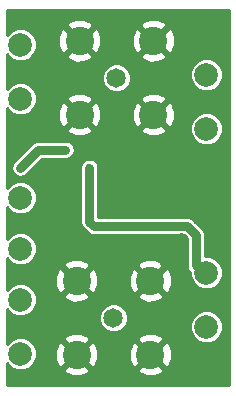
<source format=gbr>
G04 #@! TF.GenerationSoftware,KiCad,Pcbnew,5.0.2-bee76a0~70~ubuntu16.04.1*
G04 #@! TF.CreationDate,2019-01-24T21:22:35-05:00*
G04 #@! TF.ProjectId,pcb,7063622e-6b69-4636-9164-5f7063625858,v01*
G04 #@! TF.SameCoordinates,Original*
G04 #@! TF.FileFunction,Copper,L2,Bot*
G04 #@! TF.FilePolarity,Positive*
%FSLAX46Y46*%
G04 Gerber Fmt 4.6, Leading zero omitted, Abs format (unit mm)*
G04 Created by KiCad (PCBNEW 5.0.2-bee76a0~70~ubuntu16.04.1) date Thu 24 Jan 2019 09:22:35 PM EST*
%MOMM*%
%LPD*%
G01*
G04 APERTURE LIST*
G04 #@! TA.AperFunction,ComponentPad*
%ADD10C,1.650000*%
G04 #@! TD*
G04 #@! TA.AperFunction,ComponentPad*
%ADD11C,2.400000*%
G04 #@! TD*
G04 #@! TA.AperFunction,ComponentPad*
%ADD12C,1.998980*%
G04 #@! TD*
G04 #@! TA.AperFunction,ViaPad*
%ADD13C,0.685800*%
G04 #@! TD*
G04 #@! TA.AperFunction,Conductor*
%ADD14C,0.762000*%
G04 #@! TD*
G04 #@! TA.AperFunction,Conductor*
%ADD15C,0.254000*%
G04 #@! TD*
G04 APERTURE END LIST*
D10*
G04 #@! TO.P,IN1,1*
G04 #@! TO.N,Net-(C1-Pad1)*
X108966000Y-106680000D03*
D11*
G04 #@! TO.P,IN1,2*
G04 #@! TO.N,GND*
X105836000Y-103550000D03*
G04 #@! TO.P,IN1,3*
X112096000Y-103550000D03*
G04 #@! TO.P,IN1,4*
X112096000Y-109810000D03*
G04 #@! TO.P,IN1,5*
X105836000Y-109810000D03*
G04 #@! TD*
G04 #@! TO.P,IN2,5*
G04 #@! TO.N,GND*
X106090000Y-89490000D03*
G04 #@! TO.P,IN2,4*
X112350000Y-89490000D03*
G04 #@! TO.P,IN2,3*
X112350000Y-83230000D03*
G04 #@! TO.P,IN2,2*
X106090000Y-83230000D03*
D10*
G04 #@! TO.P,IN2,1*
G04 #@! TO.N,Net-(C2-Pad1)*
X109220000Y-86360000D03*
G04 #@! TD*
D12*
G04 #@! TO.P,RF1,1*
G04 #@! TO.N,Net-(C1-Pad2)*
X116840000Y-107442000D03*
G04 #@! TD*
G04 #@! TO.P,RF2,1*
G04 #@! TO.N,Net-(C2-Pad2)*
X116840000Y-86106000D03*
G04 #@! TD*
G04 #@! TO.P,SDO1,1*
G04 #@! TO.N,Net-(J5-Pad1)*
X101092000Y-105156000D03*
G04 #@! TD*
G04 #@! TO.P,~CS1,1*
G04 #@! TO.N,Net-(J6-Pad1)*
X101092000Y-109728000D03*
G04 #@! TD*
G04 #@! TO.P,SDO2,1*
G04 #@! TO.N,Net-(J7-Pad1)*
X101092000Y-83566000D03*
G04 #@! TD*
G04 #@! TO.P,~CS2,1*
G04 #@! TO.N,Net-(J8-Pad1)*
X101092000Y-88138000D03*
G04 #@! TD*
G04 #@! TO.P,SCLK,1*
G04 #@! TO.N,Net-(J9-Pad1)*
X101092000Y-100838000D03*
G04 #@! TD*
G04 #@! TO.P,AVIN,1*
G04 #@! TO.N,Net-(C3-Pad1)*
X116840000Y-90678000D03*
G04 #@! TD*
G04 #@! TO.P,DVDD,1*
G04 #@! TO.N,VDD*
X101092000Y-96520000D03*
G04 #@! TD*
G04 #@! TO.P,AVOUT,1*
G04 #@! TO.N,VAA*
X116840000Y-102870000D03*
G04 #@! TD*
D13*
G04 #@! TO.N,GND*
X110236000Y-88392000D03*
X108204000Y-88646000D03*
X110236000Y-89662000D03*
X108458000Y-90678000D03*
X109220000Y-91440000D03*
X112014000Y-91694000D03*
X108204000Y-89662000D03*
X108204000Y-87630000D03*
X109982000Y-92202000D03*
X110236000Y-93472000D03*
X109220000Y-93472000D03*
X112776000Y-100330000D03*
X113030000Y-101092000D03*
X113284000Y-102108000D03*
X114808000Y-99822000D03*
X115062000Y-101092000D03*
X115062000Y-102362000D03*
X115062000Y-103632000D03*
X115316000Y-104648000D03*
X116078000Y-105664000D03*
X115062000Y-107188000D03*
X114300000Y-106172000D03*
X113538000Y-105410000D03*
X113538000Y-93726000D03*
X114046000Y-92456000D03*
X114300000Y-90170000D03*
X114300000Y-88900000D03*
X114300000Y-87630000D03*
X115062000Y-86868000D03*
X116078000Y-88138000D03*
X115824000Y-89154000D03*
X114808000Y-91694000D03*
X115062000Y-97790000D03*
X113284000Y-95250000D03*
X109982000Y-101854000D03*
X109474000Y-100076000D03*
X108458000Y-100838000D03*
X108204000Y-102108000D03*
X108204000Y-103378000D03*
X108204000Y-104648000D03*
X109982000Y-105156000D03*
X109982000Y-103886000D03*
X109982000Y-102870000D03*
G04 #@! TO.N,VDD*
X104902000Y-92456000D03*
G04 #@! TO.N,GND*
X100330000Y-90932000D03*
X104140000Y-101346000D03*
X103886000Y-102108000D03*
X103124000Y-102870000D03*
X103124000Y-102108000D03*
X101600000Y-102616000D03*
X105156000Y-96012000D03*
X105156000Y-97028000D03*
X103124000Y-95758000D03*
X102362000Y-94742000D03*
X101600000Y-85598000D03*
X102616000Y-86360000D03*
X102870000Y-87630000D03*
X102870000Y-88900000D03*
X104648000Y-87376000D03*
X104648000Y-85852000D03*
X103886000Y-84836000D03*
X103124000Y-84074000D03*
X103378000Y-104902000D03*
X103378000Y-106172000D03*
X103378000Y-107442000D03*
X101600000Y-106934000D03*
X101600000Y-107950000D03*
X103378000Y-108712000D03*
X103124000Y-101346000D03*
X103886000Y-100584000D03*
X101600000Y-103378000D03*
G04 #@! TO.N,VAA*
X106934000Y-98552000D03*
X106934000Y-93980000D03*
G04 #@! TO.N,VDD*
X101092000Y-93980000D03*
G04 #@! TD*
D14*
G04 #@! TO.N,VAA*
X107276899Y-98894899D02*
X106934000Y-98552000D01*
X107327699Y-98945699D02*
X107276899Y-98894899D01*
X115228625Y-98945699D02*
X107327699Y-98945699D01*
X115938301Y-99655375D02*
X115228625Y-98945699D01*
X115938301Y-102222301D02*
X115938301Y-99655375D01*
X116586000Y-102870000D02*
X115938301Y-102222301D01*
X116840000Y-102870000D02*
X116586000Y-102870000D01*
X106934000Y-98552000D02*
X106934000Y-93980000D01*
G04 #@! TO.N,VDD*
X102616000Y-92456000D02*
X101092000Y-93980000D01*
X104902000Y-92456000D02*
X102616000Y-92456000D01*
G04 #@! TD*
D15*
G04 #@! TO.N,GND*
G36*
X118732301Y-112382300D02*
X99961700Y-112382300D01*
X99961700Y-110550008D01*
X100310015Y-110898323D01*
X100817404Y-111108490D01*
X101366596Y-111108490D01*
X101369770Y-111107175D01*
X104718430Y-111107175D01*
X104841565Y-111394788D01*
X105523734Y-111654707D01*
X106253443Y-111633786D01*
X106830435Y-111394788D01*
X106953570Y-111107175D01*
X110978430Y-111107175D01*
X111101565Y-111394788D01*
X111783734Y-111654707D01*
X112513443Y-111633786D01*
X113090435Y-111394788D01*
X113213570Y-111107175D01*
X112096000Y-109989605D01*
X110978430Y-111107175D01*
X106953570Y-111107175D01*
X105836000Y-109989605D01*
X104718430Y-111107175D01*
X101369770Y-111107175D01*
X101873985Y-110898323D01*
X102262323Y-110509985D01*
X102472490Y-110002596D01*
X102472490Y-109497734D01*
X103991293Y-109497734D01*
X104012214Y-110227443D01*
X104251212Y-110804435D01*
X104538825Y-110927570D01*
X105656395Y-109810000D01*
X106015605Y-109810000D01*
X107133175Y-110927570D01*
X107420788Y-110804435D01*
X107680707Y-110122266D01*
X107662802Y-109497734D01*
X110251293Y-109497734D01*
X110272214Y-110227443D01*
X110511212Y-110804435D01*
X110798825Y-110927570D01*
X111916395Y-109810000D01*
X112275605Y-109810000D01*
X113393175Y-110927570D01*
X113680788Y-110804435D01*
X113940707Y-110122266D01*
X113919786Y-109392557D01*
X113680788Y-108815565D01*
X113393175Y-108692430D01*
X112275605Y-109810000D01*
X111916395Y-109810000D01*
X110798825Y-108692430D01*
X110511212Y-108815565D01*
X110251293Y-109497734D01*
X107662802Y-109497734D01*
X107659786Y-109392557D01*
X107420788Y-108815565D01*
X107133175Y-108692430D01*
X106015605Y-109810000D01*
X105656395Y-109810000D01*
X104538825Y-108692430D01*
X104251212Y-108815565D01*
X103991293Y-109497734D01*
X102472490Y-109497734D01*
X102472490Y-109453404D01*
X102262323Y-108946015D01*
X101873985Y-108557677D01*
X101765703Y-108512825D01*
X104718430Y-108512825D01*
X105836000Y-109630395D01*
X106953570Y-108512825D01*
X110978430Y-108512825D01*
X112096000Y-109630395D01*
X113213570Y-108512825D01*
X113090435Y-108225212D01*
X112408266Y-107965293D01*
X111678557Y-107986214D01*
X111101565Y-108225212D01*
X110978430Y-108512825D01*
X106953570Y-108512825D01*
X106830435Y-108225212D01*
X106148266Y-107965293D01*
X105418557Y-107986214D01*
X104841565Y-108225212D01*
X104718430Y-108512825D01*
X101765703Y-108512825D01*
X101366596Y-108347510D01*
X100817404Y-108347510D01*
X100310015Y-108557677D01*
X99961700Y-108905992D01*
X99961700Y-105978008D01*
X100310015Y-106326323D01*
X100817404Y-106536490D01*
X101366596Y-106536490D01*
X101599273Y-106440112D01*
X107760000Y-106440112D01*
X107760000Y-106919888D01*
X107943603Y-107363144D01*
X108282856Y-107702397D01*
X108726112Y-107886000D01*
X109205888Y-107886000D01*
X109649144Y-107702397D01*
X109988397Y-107363144D01*
X110069475Y-107167404D01*
X115459510Y-107167404D01*
X115459510Y-107716596D01*
X115669677Y-108223985D01*
X116058015Y-108612323D01*
X116565404Y-108822490D01*
X117114596Y-108822490D01*
X117621985Y-108612323D01*
X118010323Y-108223985D01*
X118220490Y-107716596D01*
X118220490Y-107167404D01*
X118010323Y-106660015D01*
X117621985Y-106271677D01*
X117114596Y-106061510D01*
X116565404Y-106061510D01*
X116058015Y-106271677D01*
X115669677Y-106660015D01*
X115459510Y-107167404D01*
X110069475Y-107167404D01*
X110172000Y-106919888D01*
X110172000Y-106440112D01*
X109988397Y-105996856D01*
X109649144Y-105657603D01*
X109205888Y-105474000D01*
X108726112Y-105474000D01*
X108282856Y-105657603D01*
X107943603Y-105996856D01*
X107760000Y-106440112D01*
X101599273Y-106440112D01*
X101873985Y-106326323D01*
X102262323Y-105937985D01*
X102472490Y-105430596D01*
X102472490Y-104881404D01*
X102458312Y-104847175D01*
X104718430Y-104847175D01*
X104841565Y-105134788D01*
X105523734Y-105394707D01*
X106253443Y-105373786D01*
X106830435Y-105134788D01*
X106953570Y-104847175D01*
X110978430Y-104847175D01*
X111101565Y-105134788D01*
X111783734Y-105394707D01*
X112513443Y-105373786D01*
X113090435Y-105134788D01*
X113213570Y-104847175D01*
X112096000Y-103729605D01*
X110978430Y-104847175D01*
X106953570Y-104847175D01*
X105836000Y-103729605D01*
X104718430Y-104847175D01*
X102458312Y-104847175D01*
X102262323Y-104374015D01*
X101873985Y-103985677D01*
X101366596Y-103775510D01*
X100817404Y-103775510D01*
X100310015Y-103985677D01*
X99961700Y-104333992D01*
X99961700Y-103237734D01*
X103991293Y-103237734D01*
X104012214Y-103967443D01*
X104251212Y-104544435D01*
X104538825Y-104667570D01*
X105656395Y-103550000D01*
X106015605Y-103550000D01*
X107133175Y-104667570D01*
X107420788Y-104544435D01*
X107680707Y-103862266D01*
X107662802Y-103237734D01*
X110251293Y-103237734D01*
X110272214Y-103967443D01*
X110511212Y-104544435D01*
X110798825Y-104667570D01*
X111916395Y-103550000D01*
X112275605Y-103550000D01*
X113393175Y-104667570D01*
X113680788Y-104544435D01*
X113940707Y-103862266D01*
X113919786Y-103132557D01*
X113680788Y-102555565D01*
X113393175Y-102432430D01*
X112275605Y-103550000D01*
X111916395Y-103550000D01*
X110798825Y-102432430D01*
X110511212Y-102555565D01*
X110251293Y-103237734D01*
X107662802Y-103237734D01*
X107659786Y-103132557D01*
X107420788Y-102555565D01*
X107133175Y-102432430D01*
X106015605Y-103550000D01*
X105656395Y-103550000D01*
X104538825Y-102432430D01*
X104251212Y-102555565D01*
X103991293Y-103237734D01*
X99961700Y-103237734D01*
X99961700Y-102252825D01*
X104718430Y-102252825D01*
X105836000Y-103370395D01*
X106953570Y-102252825D01*
X110978430Y-102252825D01*
X112096000Y-103370395D01*
X113213570Y-102252825D01*
X113090435Y-101965212D01*
X112408266Y-101705293D01*
X111678557Y-101726214D01*
X111101565Y-101965212D01*
X110978430Y-102252825D01*
X106953570Y-102252825D01*
X106830435Y-101965212D01*
X106148266Y-101705293D01*
X105418557Y-101726214D01*
X104841565Y-101965212D01*
X104718430Y-102252825D01*
X99961700Y-102252825D01*
X99961700Y-101660008D01*
X100310015Y-102008323D01*
X100817404Y-102218490D01*
X101366596Y-102218490D01*
X101873985Y-102008323D01*
X102262323Y-101619985D01*
X102472490Y-101112596D01*
X102472490Y-100563404D01*
X102262323Y-100056015D01*
X101873985Y-99667677D01*
X101366596Y-99457510D01*
X100817404Y-99457510D01*
X100310015Y-99667677D01*
X99961700Y-100015992D01*
X99961700Y-98552000D01*
X106157073Y-98552000D01*
X106172000Y-98627043D01*
X106172000Y-98627047D01*
X106216212Y-98849316D01*
X106384629Y-99101371D01*
X106448254Y-99143884D01*
X106735815Y-99431445D01*
X106778328Y-99495070D01*
X107030382Y-99663487D01*
X107252651Y-99707699D01*
X107252655Y-99707699D01*
X107327698Y-99722626D01*
X107402741Y-99707699D01*
X114912995Y-99707699D01*
X115176302Y-99971007D01*
X115176301Y-102147258D01*
X115161374Y-102222301D01*
X115176301Y-102297344D01*
X115176301Y-102297348D01*
X115220513Y-102519617D01*
X115388930Y-102771672D01*
X115452554Y-102814184D01*
X115459510Y-102821140D01*
X115459510Y-103144596D01*
X115669677Y-103651985D01*
X116058015Y-104040323D01*
X116565404Y-104250490D01*
X117114596Y-104250490D01*
X117621985Y-104040323D01*
X118010323Y-103651985D01*
X118220490Y-103144596D01*
X118220490Y-102595404D01*
X118010323Y-102088015D01*
X117621985Y-101699677D01*
X117114596Y-101489510D01*
X116700301Y-101489510D01*
X116700301Y-99730417D01*
X116715228Y-99655374D01*
X116700301Y-99580331D01*
X116700301Y-99580327D01*
X116656089Y-99358058D01*
X116579221Y-99243016D01*
X116530183Y-99169626D01*
X116487672Y-99106004D01*
X116424050Y-99063493D01*
X115820508Y-98459952D01*
X115777996Y-98396328D01*
X115525942Y-98227911D01*
X115303673Y-98183699D01*
X115303668Y-98183699D01*
X115228625Y-98168772D01*
X115153582Y-98183699D01*
X107696000Y-98183699D01*
X107696000Y-93904952D01*
X107651788Y-93682683D01*
X107483371Y-93430629D01*
X107231317Y-93262212D01*
X106934000Y-93203072D01*
X106636684Y-93262212D01*
X106384630Y-93430629D01*
X106216213Y-93682683D01*
X106172001Y-93904952D01*
X106172000Y-98476957D01*
X106157073Y-98552000D01*
X99961700Y-98552000D01*
X99961700Y-97342008D01*
X100310015Y-97690323D01*
X100817404Y-97900490D01*
X101366596Y-97900490D01*
X101873985Y-97690323D01*
X102262323Y-97301985D01*
X102472490Y-96794596D01*
X102472490Y-96245404D01*
X102262323Y-95738015D01*
X101873985Y-95349677D01*
X101366596Y-95139510D01*
X100817404Y-95139510D01*
X100310015Y-95349677D01*
X99961700Y-95697992D01*
X99961700Y-93980000D01*
X100315073Y-93980000D01*
X100374213Y-94277317D01*
X100542629Y-94529371D01*
X100794683Y-94697787D01*
X101092000Y-94756927D01*
X101389317Y-94697787D01*
X101577748Y-94571882D01*
X102931630Y-93218000D01*
X104977048Y-93218000D01*
X105199317Y-93173788D01*
X105451371Y-93005371D01*
X105619788Y-92753317D01*
X105678928Y-92456000D01*
X105619788Y-92158683D01*
X105451371Y-91906629D01*
X105199317Y-91738212D01*
X104977048Y-91694000D01*
X102691042Y-91694000D01*
X102615999Y-91679073D01*
X102540956Y-91694000D01*
X102540952Y-91694000D01*
X102318683Y-91738212D01*
X102318682Y-91738213D01*
X102318681Y-91738213D01*
X102264641Y-91774322D01*
X102066629Y-91906629D01*
X102024116Y-91970254D01*
X100500118Y-93494252D01*
X100374213Y-93682683D01*
X100315073Y-93980000D01*
X99961700Y-93980000D01*
X99961700Y-90787175D01*
X104972430Y-90787175D01*
X105095565Y-91074788D01*
X105777734Y-91334707D01*
X106507443Y-91313786D01*
X107084435Y-91074788D01*
X107207570Y-90787175D01*
X111232430Y-90787175D01*
X111355565Y-91074788D01*
X112037734Y-91334707D01*
X112767443Y-91313786D01*
X113344435Y-91074788D01*
X113467570Y-90787175D01*
X112350000Y-89669605D01*
X111232430Y-90787175D01*
X107207570Y-90787175D01*
X106090000Y-89669605D01*
X104972430Y-90787175D01*
X99961700Y-90787175D01*
X99961700Y-88960008D01*
X100310015Y-89308323D01*
X100817404Y-89518490D01*
X101366596Y-89518490D01*
X101873985Y-89308323D01*
X102004574Y-89177734D01*
X104245293Y-89177734D01*
X104266214Y-89907443D01*
X104505212Y-90484435D01*
X104792825Y-90607570D01*
X105910395Y-89490000D01*
X106269605Y-89490000D01*
X107387175Y-90607570D01*
X107674788Y-90484435D01*
X107934707Y-89802266D01*
X107916802Y-89177734D01*
X110505293Y-89177734D01*
X110526214Y-89907443D01*
X110765212Y-90484435D01*
X111052825Y-90607570D01*
X112170395Y-89490000D01*
X112529605Y-89490000D01*
X113647175Y-90607570D01*
X113934788Y-90484435D01*
X113965662Y-90403404D01*
X115459510Y-90403404D01*
X115459510Y-90952596D01*
X115669677Y-91459985D01*
X116058015Y-91848323D01*
X116565404Y-92058490D01*
X117114596Y-92058490D01*
X117621985Y-91848323D01*
X118010323Y-91459985D01*
X118220490Y-90952596D01*
X118220490Y-90403404D01*
X118010323Y-89896015D01*
X117621985Y-89507677D01*
X117114596Y-89297510D01*
X116565404Y-89297510D01*
X116058015Y-89507677D01*
X115669677Y-89896015D01*
X115459510Y-90403404D01*
X113965662Y-90403404D01*
X114194707Y-89802266D01*
X114173786Y-89072557D01*
X113934788Y-88495565D01*
X113647175Y-88372430D01*
X112529605Y-89490000D01*
X112170395Y-89490000D01*
X111052825Y-88372430D01*
X110765212Y-88495565D01*
X110505293Y-89177734D01*
X107916802Y-89177734D01*
X107913786Y-89072557D01*
X107674788Y-88495565D01*
X107387175Y-88372430D01*
X106269605Y-89490000D01*
X105910395Y-89490000D01*
X104792825Y-88372430D01*
X104505212Y-88495565D01*
X104245293Y-89177734D01*
X102004574Y-89177734D01*
X102262323Y-88919985D01*
X102472490Y-88412596D01*
X102472490Y-88192825D01*
X104972430Y-88192825D01*
X106090000Y-89310395D01*
X107207570Y-88192825D01*
X111232430Y-88192825D01*
X112350000Y-89310395D01*
X113467570Y-88192825D01*
X113344435Y-87905212D01*
X112662266Y-87645293D01*
X111932557Y-87666214D01*
X111355565Y-87905212D01*
X111232430Y-88192825D01*
X107207570Y-88192825D01*
X107084435Y-87905212D01*
X106402266Y-87645293D01*
X105672557Y-87666214D01*
X105095565Y-87905212D01*
X104972430Y-88192825D01*
X102472490Y-88192825D01*
X102472490Y-87863404D01*
X102262323Y-87356015D01*
X101873985Y-86967677D01*
X101366596Y-86757510D01*
X100817404Y-86757510D01*
X100310015Y-86967677D01*
X99961700Y-87315992D01*
X99961700Y-86120112D01*
X108014000Y-86120112D01*
X108014000Y-86599888D01*
X108197603Y-87043144D01*
X108536856Y-87382397D01*
X108980112Y-87566000D01*
X109459888Y-87566000D01*
X109903144Y-87382397D01*
X110242397Y-87043144D01*
X110426000Y-86599888D01*
X110426000Y-86120112D01*
X110306414Y-85831404D01*
X115459510Y-85831404D01*
X115459510Y-86380596D01*
X115669677Y-86887985D01*
X116058015Y-87276323D01*
X116565404Y-87486490D01*
X117114596Y-87486490D01*
X117621985Y-87276323D01*
X118010323Y-86887985D01*
X118220490Y-86380596D01*
X118220490Y-85831404D01*
X118010323Y-85324015D01*
X117621985Y-84935677D01*
X117114596Y-84725510D01*
X116565404Y-84725510D01*
X116058015Y-84935677D01*
X115669677Y-85324015D01*
X115459510Y-85831404D01*
X110306414Y-85831404D01*
X110242397Y-85676856D01*
X109903144Y-85337603D01*
X109459888Y-85154000D01*
X108980112Y-85154000D01*
X108536856Y-85337603D01*
X108197603Y-85676856D01*
X108014000Y-86120112D01*
X99961700Y-86120112D01*
X99961700Y-84388008D01*
X100310015Y-84736323D01*
X100817404Y-84946490D01*
X101366596Y-84946490D01*
X101873985Y-84736323D01*
X102083133Y-84527175D01*
X104972430Y-84527175D01*
X105095565Y-84814788D01*
X105777734Y-85074707D01*
X106507443Y-85053786D01*
X107084435Y-84814788D01*
X107207570Y-84527175D01*
X111232430Y-84527175D01*
X111355565Y-84814788D01*
X112037734Y-85074707D01*
X112767443Y-85053786D01*
X113344435Y-84814788D01*
X113467570Y-84527175D01*
X112350000Y-83409605D01*
X111232430Y-84527175D01*
X107207570Y-84527175D01*
X106090000Y-83409605D01*
X104972430Y-84527175D01*
X102083133Y-84527175D01*
X102262323Y-84347985D01*
X102472490Y-83840596D01*
X102472490Y-83291404D01*
X102317712Y-82917734D01*
X104245293Y-82917734D01*
X104266214Y-83647443D01*
X104505212Y-84224435D01*
X104792825Y-84347570D01*
X105910395Y-83230000D01*
X106269605Y-83230000D01*
X107387175Y-84347570D01*
X107674788Y-84224435D01*
X107934707Y-83542266D01*
X107916802Y-82917734D01*
X110505293Y-82917734D01*
X110526214Y-83647443D01*
X110765212Y-84224435D01*
X111052825Y-84347570D01*
X112170395Y-83230000D01*
X112529605Y-83230000D01*
X113647175Y-84347570D01*
X113934788Y-84224435D01*
X114194707Y-83542266D01*
X114173786Y-82812557D01*
X113934788Y-82235565D01*
X113647175Y-82112430D01*
X112529605Y-83230000D01*
X112170395Y-83230000D01*
X111052825Y-82112430D01*
X110765212Y-82235565D01*
X110505293Y-82917734D01*
X107916802Y-82917734D01*
X107913786Y-82812557D01*
X107674788Y-82235565D01*
X107387175Y-82112430D01*
X106269605Y-83230000D01*
X105910395Y-83230000D01*
X104792825Y-82112430D01*
X104505212Y-82235565D01*
X104245293Y-82917734D01*
X102317712Y-82917734D01*
X102262323Y-82784015D01*
X101873985Y-82395677D01*
X101366596Y-82185510D01*
X100817404Y-82185510D01*
X100310015Y-82395677D01*
X99961700Y-82743992D01*
X99961700Y-81932825D01*
X104972430Y-81932825D01*
X106090000Y-83050395D01*
X107207570Y-81932825D01*
X111232430Y-81932825D01*
X112350000Y-83050395D01*
X113467570Y-81932825D01*
X113344435Y-81645212D01*
X112662266Y-81385293D01*
X111932557Y-81406214D01*
X111355565Y-81645212D01*
X111232430Y-81932825D01*
X107207570Y-81932825D01*
X107084435Y-81645212D01*
X106402266Y-81385293D01*
X105672557Y-81406214D01*
X105095565Y-81645212D01*
X104972430Y-81932825D01*
X99961700Y-81932825D01*
X99961700Y-80657700D01*
X118732300Y-80657700D01*
X118732301Y-112382300D01*
X118732301Y-112382300D01*
G37*
X118732301Y-112382300D02*
X99961700Y-112382300D01*
X99961700Y-110550008D01*
X100310015Y-110898323D01*
X100817404Y-111108490D01*
X101366596Y-111108490D01*
X101369770Y-111107175D01*
X104718430Y-111107175D01*
X104841565Y-111394788D01*
X105523734Y-111654707D01*
X106253443Y-111633786D01*
X106830435Y-111394788D01*
X106953570Y-111107175D01*
X110978430Y-111107175D01*
X111101565Y-111394788D01*
X111783734Y-111654707D01*
X112513443Y-111633786D01*
X113090435Y-111394788D01*
X113213570Y-111107175D01*
X112096000Y-109989605D01*
X110978430Y-111107175D01*
X106953570Y-111107175D01*
X105836000Y-109989605D01*
X104718430Y-111107175D01*
X101369770Y-111107175D01*
X101873985Y-110898323D01*
X102262323Y-110509985D01*
X102472490Y-110002596D01*
X102472490Y-109497734D01*
X103991293Y-109497734D01*
X104012214Y-110227443D01*
X104251212Y-110804435D01*
X104538825Y-110927570D01*
X105656395Y-109810000D01*
X106015605Y-109810000D01*
X107133175Y-110927570D01*
X107420788Y-110804435D01*
X107680707Y-110122266D01*
X107662802Y-109497734D01*
X110251293Y-109497734D01*
X110272214Y-110227443D01*
X110511212Y-110804435D01*
X110798825Y-110927570D01*
X111916395Y-109810000D01*
X112275605Y-109810000D01*
X113393175Y-110927570D01*
X113680788Y-110804435D01*
X113940707Y-110122266D01*
X113919786Y-109392557D01*
X113680788Y-108815565D01*
X113393175Y-108692430D01*
X112275605Y-109810000D01*
X111916395Y-109810000D01*
X110798825Y-108692430D01*
X110511212Y-108815565D01*
X110251293Y-109497734D01*
X107662802Y-109497734D01*
X107659786Y-109392557D01*
X107420788Y-108815565D01*
X107133175Y-108692430D01*
X106015605Y-109810000D01*
X105656395Y-109810000D01*
X104538825Y-108692430D01*
X104251212Y-108815565D01*
X103991293Y-109497734D01*
X102472490Y-109497734D01*
X102472490Y-109453404D01*
X102262323Y-108946015D01*
X101873985Y-108557677D01*
X101765703Y-108512825D01*
X104718430Y-108512825D01*
X105836000Y-109630395D01*
X106953570Y-108512825D01*
X110978430Y-108512825D01*
X112096000Y-109630395D01*
X113213570Y-108512825D01*
X113090435Y-108225212D01*
X112408266Y-107965293D01*
X111678557Y-107986214D01*
X111101565Y-108225212D01*
X110978430Y-108512825D01*
X106953570Y-108512825D01*
X106830435Y-108225212D01*
X106148266Y-107965293D01*
X105418557Y-107986214D01*
X104841565Y-108225212D01*
X104718430Y-108512825D01*
X101765703Y-108512825D01*
X101366596Y-108347510D01*
X100817404Y-108347510D01*
X100310015Y-108557677D01*
X99961700Y-108905992D01*
X99961700Y-105978008D01*
X100310015Y-106326323D01*
X100817404Y-106536490D01*
X101366596Y-106536490D01*
X101599273Y-106440112D01*
X107760000Y-106440112D01*
X107760000Y-106919888D01*
X107943603Y-107363144D01*
X108282856Y-107702397D01*
X108726112Y-107886000D01*
X109205888Y-107886000D01*
X109649144Y-107702397D01*
X109988397Y-107363144D01*
X110069475Y-107167404D01*
X115459510Y-107167404D01*
X115459510Y-107716596D01*
X115669677Y-108223985D01*
X116058015Y-108612323D01*
X116565404Y-108822490D01*
X117114596Y-108822490D01*
X117621985Y-108612323D01*
X118010323Y-108223985D01*
X118220490Y-107716596D01*
X118220490Y-107167404D01*
X118010323Y-106660015D01*
X117621985Y-106271677D01*
X117114596Y-106061510D01*
X116565404Y-106061510D01*
X116058015Y-106271677D01*
X115669677Y-106660015D01*
X115459510Y-107167404D01*
X110069475Y-107167404D01*
X110172000Y-106919888D01*
X110172000Y-106440112D01*
X109988397Y-105996856D01*
X109649144Y-105657603D01*
X109205888Y-105474000D01*
X108726112Y-105474000D01*
X108282856Y-105657603D01*
X107943603Y-105996856D01*
X107760000Y-106440112D01*
X101599273Y-106440112D01*
X101873985Y-106326323D01*
X102262323Y-105937985D01*
X102472490Y-105430596D01*
X102472490Y-104881404D01*
X102458312Y-104847175D01*
X104718430Y-104847175D01*
X104841565Y-105134788D01*
X105523734Y-105394707D01*
X106253443Y-105373786D01*
X106830435Y-105134788D01*
X106953570Y-104847175D01*
X110978430Y-104847175D01*
X111101565Y-105134788D01*
X111783734Y-105394707D01*
X112513443Y-105373786D01*
X113090435Y-105134788D01*
X113213570Y-104847175D01*
X112096000Y-103729605D01*
X110978430Y-104847175D01*
X106953570Y-104847175D01*
X105836000Y-103729605D01*
X104718430Y-104847175D01*
X102458312Y-104847175D01*
X102262323Y-104374015D01*
X101873985Y-103985677D01*
X101366596Y-103775510D01*
X100817404Y-103775510D01*
X100310015Y-103985677D01*
X99961700Y-104333992D01*
X99961700Y-103237734D01*
X103991293Y-103237734D01*
X104012214Y-103967443D01*
X104251212Y-104544435D01*
X104538825Y-104667570D01*
X105656395Y-103550000D01*
X106015605Y-103550000D01*
X107133175Y-104667570D01*
X107420788Y-104544435D01*
X107680707Y-103862266D01*
X107662802Y-103237734D01*
X110251293Y-103237734D01*
X110272214Y-103967443D01*
X110511212Y-104544435D01*
X110798825Y-104667570D01*
X111916395Y-103550000D01*
X112275605Y-103550000D01*
X113393175Y-104667570D01*
X113680788Y-104544435D01*
X113940707Y-103862266D01*
X113919786Y-103132557D01*
X113680788Y-102555565D01*
X113393175Y-102432430D01*
X112275605Y-103550000D01*
X111916395Y-103550000D01*
X110798825Y-102432430D01*
X110511212Y-102555565D01*
X110251293Y-103237734D01*
X107662802Y-103237734D01*
X107659786Y-103132557D01*
X107420788Y-102555565D01*
X107133175Y-102432430D01*
X106015605Y-103550000D01*
X105656395Y-103550000D01*
X104538825Y-102432430D01*
X104251212Y-102555565D01*
X103991293Y-103237734D01*
X99961700Y-103237734D01*
X99961700Y-102252825D01*
X104718430Y-102252825D01*
X105836000Y-103370395D01*
X106953570Y-102252825D01*
X110978430Y-102252825D01*
X112096000Y-103370395D01*
X113213570Y-102252825D01*
X113090435Y-101965212D01*
X112408266Y-101705293D01*
X111678557Y-101726214D01*
X111101565Y-101965212D01*
X110978430Y-102252825D01*
X106953570Y-102252825D01*
X106830435Y-101965212D01*
X106148266Y-101705293D01*
X105418557Y-101726214D01*
X104841565Y-101965212D01*
X104718430Y-102252825D01*
X99961700Y-102252825D01*
X99961700Y-101660008D01*
X100310015Y-102008323D01*
X100817404Y-102218490D01*
X101366596Y-102218490D01*
X101873985Y-102008323D01*
X102262323Y-101619985D01*
X102472490Y-101112596D01*
X102472490Y-100563404D01*
X102262323Y-100056015D01*
X101873985Y-99667677D01*
X101366596Y-99457510D01*
X100817404Y-99457510D01*
X100310015Y-99667677D01*
X99961700Y-100015992D01*
X99961700Y-98552000D01*
X106157073Y-98552000D01*
X106172000Y-98627043D01*
X106172000Y-98627047D01*
X106216212Y-98849316D01*
X106384629Y-99101371D01*
X106448254Y-99143884D01*
X106735815Y-99431445D01*
X106778328Y-99495070D01*
X107030382Y-99663487D01*
X107252651Y-99707699D01*
X107252655Y-99707699D01*
X107327698Y-99722626D01*
X107402741Y-99707699D01*
X114912995Y-99707699D01*
X115176302Y-99971007D01*
X115176301Y-102147258D01*
X115161374Y-102222301D01*
X115176301Y-102297344D01*
X115176301Y-102297348D01*
X115220513Y-102519617D01*
X115388930Y-102771672D01*
X115452554Y-102814184D01*
X115459510Y-102821140D01*
X115459510Y-103144596D01*
X115669677Y-103651985D01*
X116058015Y-104040323D01*
X116565404Y-104250490D01*
X117114596Y-104250490D01*
X117621985Y-104040323D01*
X118010323Y-103651985D01*
X118220490Y-103144596D01*
X118220490Y-102595404D01*
X118010323Y-102088015D01*
X117621985Y-101699677D01*
X117114596Y-101489510D01*
X116700301Y-101489510D01*
X116700301Y-99730417D01*
X116715228Y-99655374D01*
X116700301Y-99580331D01*
X116700301Y-99580327D01*
X116656089Y-99358058D01*
X116579221Y-99243016D01*
X116530183Y-99169626D01*
X116487672Y-99106004D01*
X116424050Y-99063493D01*
X115820508Y-98459952D01*
X115777996Y-98396328D01*
X115525942Y-98227911D01*
X115303673Y-98183699D01*
X115303668Y-98183699D01*
X115228625Y-98168772D01*
X115153582Y-98183699D01*
X107696000Y-98183699D01*
X107696000Y-93904952D01*
X107651788Y-93682683D01*
X107483371Y-93430629D01*
X107231317Y-93262212D01*
X106934000Y-93203072D01*
X106636684Y-93262212D01*
X106384630Y-93430629D01*
X106216213Y-93682683D01*
X106172001Y-93904952D01*
X106172000Y-98476957D01*
X106157073Y-98552000D01*
X99961700Y-98552000D01*
X99961700Y-97342008D01*
X100310015Y-97690323D01*
X100817404Y-97900490D01*
X101366596Y-97900490D01*
X101873985Y-97690323D01*
X102262323Y-97301985D01*
X102472490Y-96794596D01*
X102472490Y-96245404D01*
X102262323Y-95738015D01*
X101873985Y-95349677D01*
X101366596Y-95139510D01*
X100817404Y-95139510D01*
X100310015Y-95349677D01*
X99961700Y-95697992D01*
X99961700Y-93980000D01*
X100315073Y-93980000D01*
X100374213Y-94277317D01*
X100542629Y-94529371D01*
X100794683Y-94697787D01*
X101092000Y-94756927D01*
X101389317Y-94697787D01*
X101577748Y-94571882D01*
X102931630Y-93218000D01*
X104977048Y-93218000D01*
X105199317Y-93173788D01*
X105451371Y-93005371D01*
X105619788Y-92753317D01*
X105678928Y-92456000D01*
X105619788Y-92158683D01*
X105451371Y-91906629D01*
X105199317Y-91738212D01*
X104977048Y-91694000D01*
X102691042Y-91694000D01*
X102615999Y-91679073D01*
X102540956Y-91694000D01*
X102540952Y-91694000D01*
X102318683Y-91738212D01*
X102318682Y-91738213D01*
X102318681Y-91738213D01*
X102264641Y-91774322D01*
X102066629Y-91906629D01*
X102024116Y-91970254D01*
X100500118Y-93494252D01*
X100374213Y-93682683D01*
X100315073Y-93980000D01*
X99961700Y-93980000D01*
X99961700Y-90787175D01*
X104972430Y-90787175D01*
X105095565Y-91074788D01*
X105777734Y-91334707D01*
X106507443Y-91313786D01*
X107084435Y-91074788D01*
X107207570Y-90787175D01*
X111232430Y-90787175D01*
X111355565Y-91074788D01*
X112037734Y-91334707D01*
X112767443Y-91313786D01*
X113344435Y-91074788D01*
X113467570Y-90787175D01*
X112350000Y-89669605D01*
X111232430Y-90787175D01*
X107207570Y-90787175D01*
X106090000Y-89669605D01*
X104972430Y-90787175D01*
X99961700Y-90787175D01*
X99961700Y-88960008D01*
X100310015Y-89308323D01*
X100817404Y-89518490D01*
X101366596Y-89518490D01*
X101873985Y-89308323D01*
X102004574Y-89177734D01*
X104245293Y-89177734D01*
X104266214Y-89907443D01*
X104505212Y-90484435D01*
X104792825Y-90607570D01*
X105910395Y-89490000D01*
X106269605Y-89490000D01*
X107387175Y-90607570D01*
X107674788Y-90484435D01*
X107934707Y-89802266D01*
X107916802Y-89177734D01*
X110505293Y-89177734D01*
X110526214Y-89907443D01*
X110765212Y-90484435D01*
X111052825Y-90607570D01*
X112170395Y-89490000D01*
X112529605Y-89490000D01*
X113647175Y-90607570D01*
X113934788Y-90484435D01*
X113965662Y-90403404D01*
X115459510Y-90403404D01*
X115459510Y-90952596D01*
X115669677Y-91459985D01*
X116058015Y-91848323D01*
X116565404Y-92058490D01*
X117114596Y-92058490D01*
X117621985Y-91848323D01*
X118010323Y-91459985D01*
X118220490Y-90952596D01*
X118220490Y-90403404D01*
X118010323Y-89896015D01*
X117621985Y-89507677D01*
X117114596Y-89297510D01*
X116565404Y-89297510D01*
X116058015Y-89507677D01*
X115669677Y-89896015D01*
X115459510Y-90403404D01*
X113965662Y-90403404D01*
X114194707Y-89802266D01*
X114173786Y-89072557D01*
X113934788Y-88495565D01*
X113647175Y-88372430D01*
X112529605Y-89490000D01*
X112170395Y-89490000D01*
X111052825Y-88372430D01*
X110765212Y-88495565D01*
X110505293Y-89177734D01*
X107916802Y-89177734D01*
X107913786Y-89072557D01*
X107674788Y-88495565D01*
X107387175Y-88372430D01*
X106269605Y-89490000D01*
X105910395Y-89490000D01*
X104792825Y-88372430D01*
X104505212Y-88495565D01*
X104245293Y-89177734D01*
X102004574Y-89177734D01*
X102262323Y-88919985D01*
X102472490Y-88412596D01*
X102472490Y-88192825D01*
X104972430Y-88192825D01*
X106090000Y-89310395D01*
X107207570Y-88192825D01*
X111232430Y-88192825D01*
X112350000Y-89310395D01*
X113467570Y-88192825D01*
X113344435Y-87905212D01*
X112662266Y-87645293D01*
X111932557Y-87666214D01*
X111355565Y-87905212D01*
X111232430Y-88192825D01*
X107207570Y-88192825D01*
X107084435Y-87905212D01*
X106402266Y-87645293D01*
X105672557Y-87666214D01*
X105095565Y-87905212D01*
X104972430Y-88192825D01*
X102472490Y-88192825D01*
X102472490Y-87863404D01*
X102262323Y-87356015D01*
X101873985Y-86967677D01*
X101366596Y-86757510D01*
X100817404Y-86757510D01*
X100310015Y-86967677D01*
X99961700Y-87315992D01*
X99961700Y-86120112D01*
X108014000Y-86120112D01*
X108014000Y-86599888D01*
X108197603Y-87043144D01*
X108536856Y-87382397D01*
X108980112Y-87566000D01*
X109459888Y-87566000D01*
X109903144Y-87382397D01*
X110242397Y-87043144D01*
X110426000Y-86599888D01*
X110426000Y-86120112D01*
X110306414Y-85831404D01*
X115459510Y-85831404D01*
X115459510Y-86380596D01*
X115669677Y-86887985D01*
X116058015Y-87276323D01*
X116565404Y-87486490D01*
X117114596Y-87486490D01*
X117621985Y-87276323D01*
X118010323Y-86887985D01*
X118220490Y-86380596D01*
X118220490Y-85831404D01*
X118010323Y-85324015D01*
X117621985Y-84935677D01*
X117114596Y-84725510D01*
X116565404Y-84725510D01*
X116058015Y-84935677D01*
X115669677Y-85324015D01*
X115459510Y-85831404D01*
X110306414Y-85831404D01*
X110242397Y-85676856D01*
X109903144Y-85337603D01*
X109459888Y-85154000D01*
X108980112Y-85154000D01*
X108536856Y-85337603D01*
X108197603Y-85676856D01*
X108014000Y-86120112D01*
X99961700Y-86120112D01*
X99961700Y-84388008D01*
X100310015Y-84736323D01*
X100817404Y-84946490D01*
X101366596Y-84946490D01*
X101873985Y-84736323D01*
X102083133Y-84527175D01*
X104972430Y-84527175D01*
X105095565Y-84814788D01*
X105777734Y-85074707D01*
X106507443Y-85053786D01*
X107084435Y-84814788D01*
X107207570Y-84527175D01*
X111232430Y-84527175D01*
X111355565Y-84814788D01*
X112037734Y-85074707D01*
X112767443Y-85053786D01*
X113344435Y-84814788D01*
X113467570Y-84527175D01*
X112350000Y-83409605D01*
X111232430Y-84527175D01*
X107207570Y-84527175D01*
X106090000Y-83409605D01*
X104972430Y-84527175D01*
X102083133Y-84527175D01*
X102262323Y-84347985D01*
X102472490Y-83840596D01*
X102472490Y-83291404D01*
X102317712Y-82917734D01*
X104245293Y-82917734D01*
X104266214Y-83647443D01*
X104505212Y-84224435D01*
X104792825Y-84347570D01*
X105910395Y-83230000D01*
X106269605Y-83230000D01*
X107387175Y-84347570D01*
X107674788Y-84224435D01*
X107934707Y-83542266D01*
X107916802Y-82917734D01*
X110505293Y-82917734D01*
X110526214Y-83647443D01*
X110765212Y-84224435D01*
X111052825Y-84347570D01*
X112170395Y-83230000D01*
X112529605Y-83230000D01*
X113647175Y-84347570D01*
X113934788Y-84224435D01*
X114194707Y-83542266D01*
X114173786Y-82812557D01*
X113934788Y-82235565D01*
X113647175Y-82112430D01*
X112529605Y-83230000D01*
X112170395Y-83230000D01*
X111052825Y-82112430D01*
X110765212Y-82235565D01*
X110505293Y-82917734D01*
X107916802Y-82917734D01*
X107913786Y-82812557D01*
X107674788Y-82235565D01*
X107387175Y-82112430D01*
X106269605Y-83230000D01*
X105910395Y-83230000D01*
X104792825Y-82112430D01*
X104505212Y-82235565D01*
X104245293Y-82917734D01*
X102317712Y-82917734D01*
X102262323Y-82784015D01*
X101873985Y-82395677D01*
X101366596Y-82185510D01*
X100817404Y-82185510D01*
X100310015Y-82395677D01*
X99961700Y-82743992D01*
X99961700Y-81932825D01*
X104972430Y-81932825D01*
X106090000Y-83050395D01*
X107207570Y-81932825D01*
X111232430Y-81932825D01*
X112350000Y-83050395D01*
X113467570Y-81932825D01*
X113344435Y-81645212D01*
X112662266Y-81385293D01*
X111932557Y-81406214D01*
X111355565Y-81645212D01*
X111232430Y-81932825D01*
X107207570Y-81932825D01*
X107084435Y-81645212D01*
X106402266Y-81385293D01*
X105672557Y-81406214D01*
X105095565Y-81645212D01*
X104972430Y-81932825D01*
X99961700Y-81932825D01*
X99961700Y-80657700D01*
X118732300Y-80657700D01*
X118732301Y-112382300D01*
G04 #@! TD*
M02*

</source>
